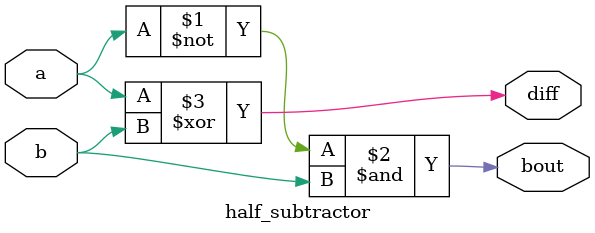
<source format=v>
`timescale 1ns / 1ps

module half_subtractor(a,b,bout,diff);
input a,b; 
output bout,diff; 
assign bout=(~a)&b;
assign diff=a^b;
endmodule

</source>
